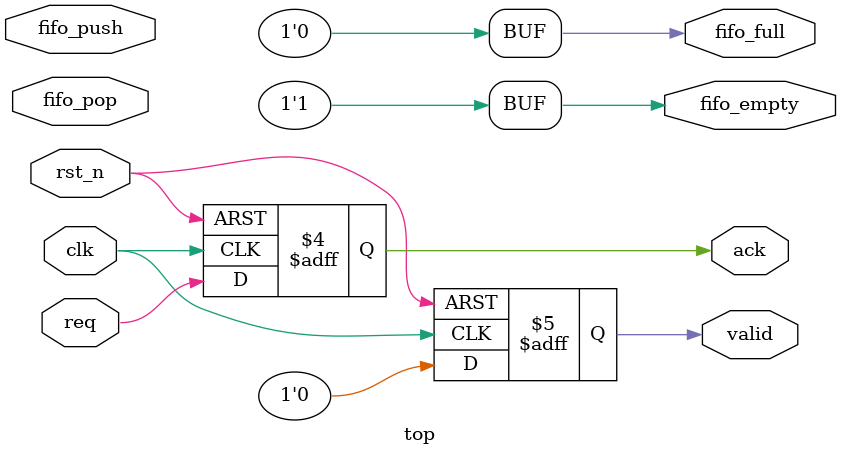
<source format=sv>
module top(
  input  logic clk,
  input  logic rst_n,
  input  logic req,
  output logic ack,
  input  logic fifo_push,
  input  logic fifo_pop,
  output logic fifo_full,
  output logic fifo_empty,
  output logic valid
);

  logic [31:0] status_q;
  logic [31:0] ctrl_q;

  always_ff @(posedge clk or negedge rst_n) begin
    if (!rst_n) begin
      status_q <= 32'h0;
      ctrl_q <= 32'h0;
      ack <= 1'b0;
      valid <= 1'b0;
    end else begin
      ack <= req;
      valid <= !fifo_empty;
    end
  end

  assign fifo_full = 1'b0;
  assign fifo_empty = 1'b1;
endmodule

</source>
